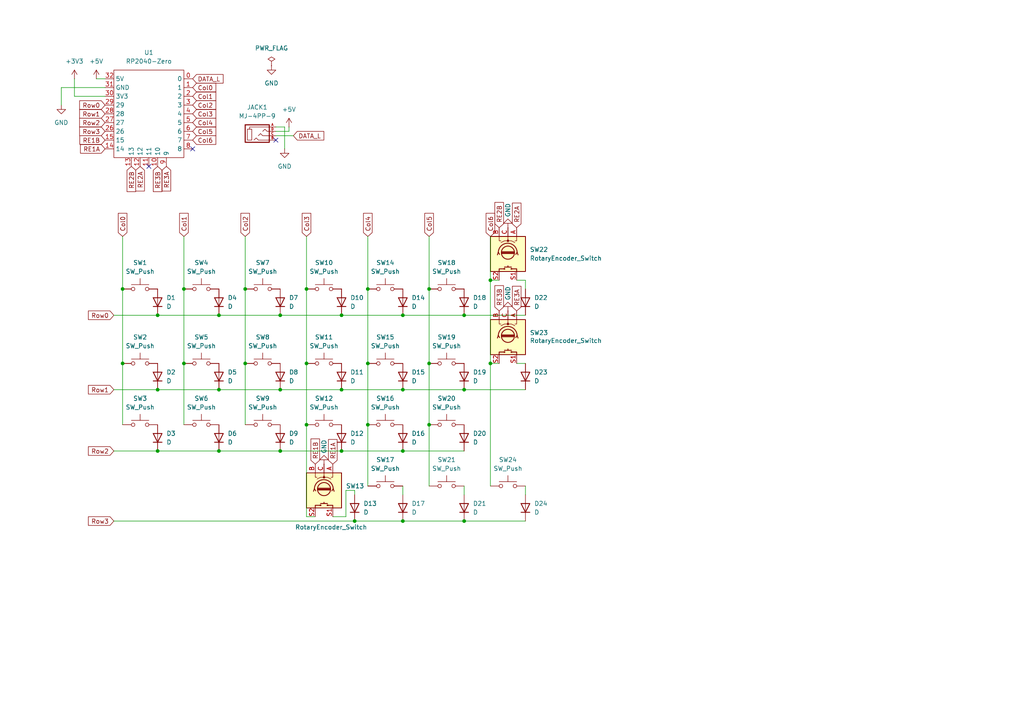
<source format=kicad_sch>
(kicad_sch (version 20231120) (generator "eeschema") (generator_version "8.0")
  (paper "A4")
  (lib_symbols
    (symbol "Device:D" (pin_numbers hide) (pin_names (offset 1.016) hide)
      (property "Reference" "D" (at 0 2.54 0))
      (property "Value" "D" (at 0 -2.54 0))
      (symbol "D_0_1"
        (polyline (pts (xy -1.27 1.27) (xy -1.27 -1.27)) (stroke (width 0.254)))
        (polyline (pts (xy 1.27 0) (xy -1.27 0)))
        (polyline (pts (xy 1.27 1.27) (xy 1.27 -1.27) (xy -1.27 0) (xy 1.27 1.27)) (stroke (width 0.254)))
      )
      (symbol "D_1_1"
        (pin passive line (at -3.81 0 0) (length 2.54) (name "K") (number "1"))
        (pin passive line (at 3.81 0 180) (length 2.54) (name "A") (number "2"))
      )
    )
    (symbol "Device:RotaryEncoder_Switch" (pin_names (offset 0.254) hide)
      (property "Reference" "SW" (at 0 6.604 0))
      (property "Value" "RotaryEncoder_Switch" (at 0 -6.604 0))
      (symbol "RotaryEncoder_Switch_0_1"
        (rectangle (start -5.08 5.08) (end 5.08 -5.08) (stroke (width 0.254)) (fill (type background)))
        (circle (center -3.81 0) (radius 0.254) (fill (type outline)))
        (circle (center -0.381 0) (radius 1.905) (stroke (width 0.254)))
        (arc (start -0.381 2.667) (mid -3.0988 -0.0635) (end -0.381 -2.794) (stroke (width 0.254)))
        (polyline (pts (xy -0.635 -1.778) (xy -0.635 1.778)) (stroke (width 0.254)))
        (polyline (pts (xy -0.381 -1.778) (xy -0.381 1.778)) (stroke (width 0.254)))
        (polyline (pts (xy -0.127 1.778) (xy -0.127 -1.778)) (stroke (width 0.254)))
        (polyline (pts (xy 3.81 0) (xy 3.429 0)) (stroke (width 0.254)))
        (polyline (pts (xy 3.81 1.016) (xy 3.81 -1.016)) (stroke (width 0.254)))
        (polyline (pts (xy -5.08 -2.54) (xy -3.81 -2.54) (xy -3.81 -2.032)))
        (polyline (pts (xy -5.08 2.54) (xy -3.81 2.54) (xy -3.81 2.032)))
        (polyline (pts (xy 0.254 -3.048) (xy -0.508 -2.794) (xy 0.127 -2.413)) (stroke (width 0.254)))
        (polyline (pts (xy 0.254 2.921) (xy -0.508 2.667) (xy 0.127 2.286)) (stroke (width 0.254)))
        (polyline (pts (xy 5.08 -2.54) (xy 4.318 -2.54) (xy 4.318 -1.016)) (stroke (width 0.254)))
        (polyline (pts (xy 5.08 2.54) (xy 4.318 2.54) (xy 4.318 1.016)) (stroke (width 0.254)))
        (polyline (pts (xy -5.08 0) (xy -3.81 0) (xy -3.81 -1.016) (xy -3.302 -2.032)))
        (polyline (pts (xy -4.318 0) (xy -3.81 0) (xy -3.81 1.016) (xy -3.302 2.032)))
        (circle (center 4.318 -1.016) (radius 0.127) (stroke (width 0.254)))
        (circle (center 4.318 1.016) (radius 0.127) (stroke (width 0.254)))
      )
      (symbol "RotaryEncoder_Switch_1_1"
        (pin passive line (at -7.62 2.54 0) (length 2.54) (name "A") (number "A"))
        (pin passive line (at -7.62 -2.54 0) (length 2.54) (name "B") (number "B"))
        (pin passive line (at -7.62 0 0) (length 2.54) (name "C") (number "C"))
        (pin passive line (at 7.62 2.54 180) (length 2.54) (name "S1") (number "S1"))
        (pin passive line (at 7.62 -2.54 180) (length 2.54) (name "S2") (number "S2"))
      )
    )
    (symbol "Switch:SW_Push" (pin_numbers hide) (pin_names (offset 1.016) hide)
      (property "Reference" "SW" (at 1.27 2.54 0))
      (property "Value" "SW_Push" (at 0 -1.524 0))
      (symbol "SW_Push_0_1"
        (circle (center -2.032 0) (radius 0.508))
        (polyline (pts (xy 0 1.27) (xy 0 3.048)))
        (polyline (pts (xy 2.54 1.27) (xy -2.54 1.27)))
        (circle (center 2.032 0) (radius 0.508))
        (pin passive line (at -5.08 0 0) (length 2.54) (name "1") (number "1"))
        (pin passive line (at 5.08 0 180) (length 2.54) (name "2") (number "2"))
      )
    )
    (symbol "isw-mcu:RP2040-Zero"
      (property "Reference" "U" (at 0 17.78 0))
      (property "Value" "RP2040-Zero" (at 0 15.24 0))
      (symbol "RP2040-Zero_0_1"
        (rectangle (start -10.16 12.7) (end 10.16 -12.7))
      )
      (symbol "RP2040-Zero_1_1"
        (pin tri_state line (at 12.7 10.16 180) (length 2.54) (name "0") (number "0"))
        (pin bidirectional line (at 12.7 7.62 180) (length 2.54) (name "1") (number "1"))
        (pin bidirectional line (at 2.54 -15.24 90) (length 2.54) (name "10") (number "10"))
        (pin bidirectional line (at 0 -15.24 90) (length 2.54) (name "11") (number "11"))
        (pin bidirectional line (at -2.54 -15.24 90) (length 2.54) (name "12") (number "12"))
        (pin bidirectional line (at -5.08 -15.24 90) (length 2.54) (name "13") (number "13"))
        (pin bidirectional line (at -12.7 -10.16 0) (length 2.54) (name "14") (number "14"))
        (pin bidirectional line (at -12.7 -7.62 0) (length 2.54) (name "15") (number "15"))
        (pin bidirectional line (at 12.7 5.08 180) (length 2.54) (name "2") (number "2"))
        (pin bidirectional line (at -12.7 -5.08 0) (length 2.54) (name "26") (number "26"))
        (pin bidirectional line (at -12.7 -2.54 0) (length 2.54) (name "27") (number "27"))
        (pin bidirectional line (at -12.7 0 0) (length 2.54) (name "28") (number "28"))
        (pin bidirectional line (at -12.7 2.54 0) (length 2.54) (name "29") (number "29"))
        (pin bidirectional line (at 12.7 2.54 180) (length 2.54) (name "3") (number "3"))
        (pin power_out line (at -12.7 5.08 0) (length 2.54) (name "3V3") (number "30"))
        (pin power_in line (at -12.7 7.62 0) (length 2.54) (name "GND") (number "31"))
        (pin power_out line (at -12.7 10.16 0) (length 2.54) (name "5V") (number "32"))
        (pin bidirectional line (at 12.7 0 180) (length 2.54) (name "4") (number "4"))
        (pin bidirectional line (at 12.7 -2.54 180) (length 2.54) (name "5") (number "5"))
        (pin bidirectional line (at 12.7 -5.08 180) (length 2.54) (name "6") (number "6"))
        (pin bidirectional line (at 12.7 -7.62 180) (length 2.54) (name "7") (number "7"))
        (pin bidirectional line (at 12.7 -10.16 180) (length 2.54) (name "8") (number "8"))
        (pin bidirectional line (at 5.08 -15.24 90) (length 2.54) (name "9") (number "9"))
      )
    )
    (symbol "kbd:MJ-4PP-9" (pin_names (offset 1.016))
      (property "Reference" "J" (at 0 3.81 0))
      (property "Value" "MJ-4PP-9" (at 0 -3.81 0))
      (symbol "MJ-4PP-9_0_1"
        (rectangle (start -1.905 -1.905) (end -3.175 1.27))
        (polyline (pts (xy -2.54 1.27) (xy -2.54 1.905) (xy 3.175 1.905)))
        (polyline (pts (xy -1.27 -1.905) (xy -0.635 -1.27) (xy 0 -1.905) (xy 3.175 -1.905)))
        (polyline (pts (xy 0 -0.635) (xy 0.635 0) (xy 1.27 -0.635) (xy 3.175 -0.635)))
        (polyline (pts (xy 1.27 0.635) (xy 1.905 1.27) (xy 2.54 0.635) (xy 3.175 0.635)))
        (rectangle (start 3.175 2.54) (end -3.81 -2.54) (stroke (width 0.3048)))
      )
      (symbol "MJ-4PP-9_1_1"
        (pin input line (at 5.08 1.905 180) (length 2.0066) (name "~") (number "A"))
        (pin input line (at 5.08 -1.905 180) (length 2.0066) (name "~") (number "B"))
        (pin input line (at 5.08 -0.635 180) (length 2.0066) (name "~") (number "C"))
        (pin input line (at 5.08 0.635 180) (length 2.0066) (name "~") (number "D"))
      )
    )
    (symbol "power:+3V3" (power) (pin_numbers hide) (pin_names (offset 0) hide)
      (property "Value" "+3V3" (at 0 3.556 0))
      (symbol "+3V3_0_1"
        (polyline (pts (xy -0.762 1.27) (xy 0 2.54)))
        (polyline (pts (xy 0 0) (xy 0 2.54)))
        (polyline (pts (xy 0 2.54) (xy 0.762 1.27)))
      )
      (symbol "+3V3_1_1"
        (pin power_in line (at 0 0 90) (length 0) (name "~") (number "1"))
      )
    )
    (symbol "power:+5V" (power) (pin_numbers hide) (pin_names (offset 0) hide)
      (property "Value" "+5V" (at 0 3.556 0))
      (symbol "+5V_0_1"
        (polyline (pts (xy -0.762 1.27) (xy 0 2.54)))
        (polyline (pts (xy 0 0) (xy 0 2.54)))
        (polyline (pts (xy 0 2.54) (xy 0.762 1.27)))
      )
      (symbol "+5V_1_1"
        (pin power_in line (at 0 0 90) (length 0) (name "~") (number "1"))
      )
    )
    (symbol "power:GND" (power) (pin_numbers hide) (pin_names (offset 0) hide)
      (property "Value" "GND" (at 0 -3.81 0))
      (symbol "GND_0_1"
        (polyline (pts (xy 0 0) (xy 0 -1.27) (xy 1.27 -1.27) (xy 0 -2.54) (xy -1.27 -1.27) (xy 0 -1.27)))
      )
      (symbol "GND_1_1"
        (pin power_in line (at 0 0 270) (length 0) (name "~") (number "1"))
      )
    )
    (symbol "power:PWR_FLAG" (power) (pin_numbers hide) (pin_names (offset 0) hide)
      (property "Value" "PWR_FLAG" (at 0 3.81 0))
      (symbol "PWR_FLAG_0_0"
        (pin power_out line (at 0 0 90) (length 0) (name "~") (number "1"))
      )
      (symbol "PWR_FLAG_0_1"
        (polyline (pts (xy 0 0) (xy 0 1.27) (xy -1.016 1.905) (xy 0 2.54) (xy 1.016 1.905) (xy 0 1.27)))
      )
    )
  )
  (junction (at 116.84 113.03))
  (junction (at 63.5 113.03))
  (junction (at 99.06 91.44))
  (junction (at 124.46 123.19))
  (junction (at 88.9 83.82))
  (junction (at 124.46 83.82))
  (junction (at 35.56 83.82))
  (junction (at 102.87 151.13))
  (junction (at 106.68 83.82))
  (junction (at 53.34 105.41))
  (junction (at 116.84 91.44))
  (junction (at 99.06 130.81))
  (junction (at 71.12 105.41))
  (junction (at 116.84 151.13))
  (junction (at 116.84 130.81))
  (junction (at 63.5 91.44))
  (junction (at 45.72 113.03))
  (junction (at 53.34 83.82))
  (junction (at 71.12 83.82))
  (junction (at 142.24 105.41))
  (junction (at 63.5 130.81))
  (junction (at 124.46 105.41))
  (junction (at 45.72 91.44))
  (junction (at 88.9 123.19))
  (junction (at 134.62 113.03))
  (junction (at 81.28 130.81))
  (junction (at 106.68 123.19))
  (junction (at 106.68 105.41))
  (junction (at 88.9 105.41))
  (junction (at 81.28 91.44))
  (junction (at 81.28 113.03))
  (junction (at 35.56 105.41))
  (junction (at 134.62 151.13))
  (junction (at 142.24 81.28))
  (junction (at 134.62 91.44))
  (junction (at 99.06 113.03))
  (junction (at 45.72 130.81))
  (no_connect (at 80.01 40.64))
  (no_connect (at 55.88 43.18))
  (no_connect (at 43.18 48.26))
  (wire (pts (xy 106.68 68.58) (xy 106.68 83.82)))
  (wire (pts (xy 106.68 105.41) (xy 106.68 123.19)))
  (wire (pts (xy 96.52 149.86) (xy 100.33 149.86)))
  (wire (pts (xy 149.86 81.28) (xy 152.4 81.28)))
  (wire (pts (xy 88.9 105.41) (xy 88.9 123.19)))
  (wire (pts (xy 152.4 81.28) (xy 152.4 83.82)))
  (wire (pts (xy 83.82 38.1) (xy 80.01 38.1)))
  (wire (pts (xy 45.72 113.03) (xy 63.5 113.03)))
  (wire (pts (xy 63.5 130.81) (xy 81.28 130.81)))
  (wire (pts (xy 45.72 91.44) (xy 63.5 91.44)))
  (wire (pts (xy 106.68 83.82) (xy 106.68 105.41)))
  (wire (pts (xy 88.9 68.58) (xy 88.9 83.82)))
  (wire (pts (xy 149.86 105.41) (xy 152.4 105.41)))
  (wire (pts (xy 63.5 91.44) (xy 81.28 91.44)))
  (wire (pts (xy 142.24 81.28) (xy 142.24 105.41)))
  (wire (pts (xy 27.94 22.86) (xy 30.48 22.86)))
  (wire (pts (xy 71.12 83.82) (xy 71.12 105.41)))
  (wire (pts (xy 134.62 143.51) (xy 134.62 140.97)))
  (wire (pts (xy 35.56 68.58) (xy 35.56 83.82)))
  (wire (pts (xy 124.46 83.82) (xy 124.46 105.41)))
  (wire (pts (xy 21.59 27.94) (xy 30.48 27.94)))
  (wire (pts (xy 81.28 130.81) (xy 99.06 130.81)))
  (wire (pts (xy 106.68 123.19) (xy 106.68 140.97)))
  (wire (pts (xy 88.9 83.82) (xy 88.9 105.41)))
  (wire (pts (xy 88.9 149.86) (xy 91.44 149.86)))
  (wire (pts (xy 116.84 91.44) (xy 134.62 91.44)))
  (wire (pts (xy 124.46 123.19) (xy 124.46 140.97)))
  (wire (pts (xy 35.56 83.82) (xy 35.56 105.41)))
  (wire (pts (xy 81.28 91.44) (xy 99.06 91.44)))
  (wire (pts (xy 134.62 151.13) (xy 152.4 151.13)))
  (wire (pts (xy 152.4 143.51) (xy 152.4 140.97)))
  (wire (pts (xy 17.78 25.4) (xy 30.48 25.4)))
  (wire (pts (xy 33.02 151.13) (xy 102.87 151.13)))
  (wire (pts (xy 102.87 142.24) (xy 100.33 142.24)))
  (wire (pts (xy 134.62 91.44) (xy 152.4 91.44)))
  (wire (pts (xy 45.72 91.44) (xy 33.02 91.44)))
  (wire (pts (xy 80.01 39.37) (xy 85.09 39.37)))
  (wire (pts (xy 82.55 36.83) (xy 82.55 43.18)))
  (wire (pts (xy 116.84 151.13) (xy 134.62 151.13)))
  (wire (pts (xy 124.46 68.58) (xy 124.46 83.82)))
  (wire (pts (xy 45.72 113.03) (xy 33.02 113.03)))
  (wire (pts (xy 142.24 68.58) (xy 142.24 81.28)))
  (wire (pts (xy 17.78 30.48) (xy 17.78 25.4)))
  (wire (pts (xy 71.12 105.41) (xy 71.12 123.19)))
  (wire (pts (xy 63.5 113.03) (xy 81.28 113.03)))
  (wire (pts (xy 142.24 105.41) (xy 144.78 105.41)))
  (wire (pts (xy 102.87 151.13) (xy 116.84 151.13)))
  (wire (pts (xy 53.34 105.41) (xy 53.34 123.19)))
  (wire (pts (xy 142.24 105.41) (xy 142.24 140.97)))
  (wire (pts (xy 142.24 81.28) (xy 144.78 81.28)))
  (wire (pts (xy 53.34 83.82) (xy 53.34 105.41)))
  (wire (pts (xy 81.28 113.03) (xy 99.06 113.03)))
  (wire (pts (xy 45.72 130.81) (xy 33.02 130.81)))
  (wire (pts (xy 134.62 113.03) (xy 152.4 113.03)))
  (wire (pts (xy 45.72 130.81) (xy 63.5 130.81)))
  (wire (pts (xy 71.12 68.58) (xy 71.12 83.82)))
  (wire (pts (xy 53.34 68.58) (xy 53.34 83.82)))
  (wire (pts (xy 116.84 143.51) (xy 116.84 140.97)))
  (wire (pts (xy 100.33 142.24) (xy 100.33 149.86)))
  (wire (pts (xy 116.84 113.03) (xy 134.62 113.03)))
  (wire (pts (xy 35.56 105.41) (xy 35.56 123.19)))
  (wire (pts (xy 99.06 91.44) (xy 116.84 91.44)))
  (wire (pts (xy 116.84 130.81) (xy 134.62 130.81)))
  (wire (pts (xy 99.06 113.03) (xy 116.84 113.03)))
  (wire (pts (xy 83.82 36.83) (xy 83.82 38.1)))
  (wire (pts (xy 102.87 143.51) (xy 102.87 142.24)))
  (wire (pts (xy 88.9 123.19) (xy 88.9 149.86)))
  (wire (pts (xy 80.01 36.83) (xy 82.55 36.83)))
  (wire (pts (xy 21.59 22.86) (xy 21.59 27.94)))
  (wire (pts (xy 99.06 130.81) (xy 116.84 130.81)))
  (wire (pts (xy 124.46 105.41) (xy 124.46 123.19)))
  (global_label "Col3" (shape input) (at 88.9 68.58 90) (property "Intersheetrefs" "${INTERSHEET_REFS}" (effects (hide yes))))
  (global_label "Row1" (shape input) (at 33.02 113.03 180) (property "Intersheetrefs" "${INTERSHEET_REFS}" (effects (hide yes))))
  (global_label "Col3" (shape input) (at 55.88 33.02 0) (property "Intersheetrefs" "${INTERSHEET_REFS}" (effects (hide yes))))
  (global_label "RE2A" (shape input) (at 40.64 48.26 270) (property "Intersheetrefs" "${INTERSHEET_REFS}" (effects (hide yes))))
  (global_label "RE1A" (shape input) (at 30.48 43.18 180) (property "Intersheetrefs" "${INTERSHEET_REFS}" (effects (hide yes))))
  (global_label "Col2" (shape input) (at 71.12 68.58 90) (property "Intersheetrefs" "${INTERSHEET_REFS}" (effects (hide yes))))
  (global_label "RE1B" (shape input) (at 30.48 40.64 180) (property "Intersheetrefs" "${INTERSHEET_REFS}" (effects (hide yes))))
  (global_label "RE2A" (shape input) (at 149.86 66.04 90) (property "Intersheetrefs" "${INTERSHEET_REFS}" (effects (hide yes))))
  (global_label "Row3" (shape input) (at 30.48 38.1 180) (property "Intersheetrefs" "${INTERSHEET_REFS}" (effects (hide yes))))
  (global_label "DATA_L" (shape input) (at 55.88 22.86 0) (property "Intersheetrefs" "${INTERSHEET_REFS}" (effects (hide yes))))
  (global_label "Row2" (shape input) (at 33.02 130.81 180) (property "Intersheetrefs" "${INTERSHEET_REFS}" (effects (hide yes))))
  (global_label "RE3B" (shape input) (at 144.78 90.17 90) (property "Intersheetrefs" "${INTERSHEET_REFS}" (effects (hide yes))))
  (global_label "Col4" (shape input) (at 106.68 68.58 90) (property "Intersheetrefs" "${INTERSHEET_REFS}" (effects (hide yes))))
  (global_label "RE2B" (shape input) (at 144.78 66.04 90) (property "Intersheetrefs" "${INTERSHEET_REFS}" (effects (hide yes))))
  (global_label "Col2" (shape input) (at 55.88 30.48 0) (property "Intersheetrefs" "${INTERSHEET_REFS}" (effects (hide yes))))
  (global_label "DATA_L" (shape input) (at 85.09 39.37 0) (property "Intersheetrefs" "${INTERSHEET_REFS}" (effects (hide yes))))
  (global_label "Row2" (shape input) (at 30.48 35.56 180) (property "Intersheetrefs" "${INTERSHEET_REFS}" (effects (hide yes))))
  (global_label "Col1" (shape input) (at 53.34 68.58 90) (property "Intersheetrefs" "${INTERSHEET_REFS}" (effects (hide yes))))
  (global_label "Col0" (shape input) (at 55.88 25.4 0) (property "Intersheetrefs" "${INTERSHEET_REFS}" (effects (hide yes))))
  (global_label "Col6" (shape input) (at 55.88 40.64 0) (property "Intersheetrefs" "${INTERSHEET_REFS}" (effects (hide yes))))
  (global_label "RE3B" (shape input) (at 45.72 48.26 270) (property "Intersheetrefs" "${INTERSHEET_REFS}" (effects (hide yes))))
  (global_label "Col6" (shape input) (at 142.24 68.58 90) (property "Intersheetrefs" "${INTERSHEET_REFS}" (effects (hide yes))))
  (global_label "RE3A" (shape input) (at 149.86 90.17 90) (property "Intersheetrefs" "${INTERSHEET_REFS}" (effects (hide yes))))
  (global_label "Row3" (shape input) (at 33.02 151.13 180) (property "Intersheetrefs" "${INTERSHEET_REFS}" (effects (hide yes))))
  (global_label "Col0" (shape input) (at 35.56 68.58 90) (property "Intersheetrefs" "${INTERSHEET_REFS}" (effects (hide yes))))
  (global_label "RE2B" (shape input) (at 38.1 48.26 270) (property "Intersheetrefs" "${INTERSHEET_REFS}" (effects (hide yes))))
  (global_label "Row1" (shape input) (at 30.48 33.02 180) (property "Intersheetrefs" "${INTERSHEET_REFS}" (effects (hide yes))))
  (global_label "RE3A" (shape input) (at 48.26 48.26 270) (property "Intersheetrefs" "${INTERSHEET_REFS}" (effects (hide yes))))
  (global_label "Col5" (shape input) (at 55.88 38.1 0) (property "Intersheetrefs" "${INTERSHEET_REFS}" (effects (hide yes))))
  (global_label "Row0" (shape input) (at 33.02 91.44 180) (property "Intersheetrefs" "${INTERSHEET_REFS}" (effects (hide yes))))
  (global_label "Col5" (shape input) (at 124.46 68.58 90) (property "Intersheetrefs" "${INTERSHEET_REFS}" (effects (hide yes))))
  (global_label "Row0" (shape input) (at 30.48 30.48 180) (property "Intersheetrefs" "${INTERSHEET_REFS}" (effects (hide yes))))
  (global_label "RE1A" (shape input) (at 96.52 134.62 90) (property "Intersheetrefs" "${INTERSHEET_REFS}" (effects (hide yes))))
  (global_label "Col4" (shape input) (at 55.88 35.56 0) (property "Intersheetrefs" "${INTERSHEET_REFS}" (effects (hide yes))))
  (global_label "Col1" (shape input) (at 55.88 27.94 0) (property "Intersheetrefs" "${INTERSHEET_REFS}" (effects (hide yes))))
  (global_label "RE1B" (shape input) (at 91.44 134.62 90) (property "Intersheetrefs" "${INTERSHEET_REFS}" (effects (hide yes))))
  (symbol (lib_id "Device:RotaryEncoder_Switch") (at 147.32 73.66 270) (unit 1)
    (property "Reference" "SW22" (at 153.67 72.3899 90) (effects (justify left)))
    (property "Value" "RotaryEncoder_Switch" (at 153.67 74.93 90) (effects (justify left)))
    (property "Footprint" "taka_lib:Kailh FullPOM MX_Hotswap_RE" (effects (hide yes)))
    (property "Description" "Rotary encoder, dual channel, incremental quadrate outputs, with switch" (effects (hide yes)))
  )
  (symbol (lib_id "Device:D") (at 152.4 147.32 90) (unit 1)
    (property "Reference" "D24" (at 154.94 146.0499 90) (effects (justify right)))
    (property "Value" "D" (at 154.94 148.5899 90) (effects (justify right)))
    (property "Footprint" "kbd_Parts:Diode_SMD" (effects (hide yes)))
    (property "Description" "Diode" (effects (hide yes)))
    (property "Sim.Device" "D" (effects (hide yes)))
    (property "Sim.Pins" "1=K 2=A" (effects (hide yes)))
  )
  (symbol (lib_id "Device:RotaryEncoder_Switch") (at 147.32 97.79 270) (unit 1)
    (property "Reference" "SW23" (at 153.67 96.5199 90) (effects (justify left)))
    (property "Value" "RotaryEncoder_Switch" (at 153.67 98.806 90) (effects (justify left)))
    (property "Footprint" "taka_lib:Kailh FullPOM MX_Hotswap_RE" (effects (hide yes)))
    (property "Description" "Rotary encoder, dual channel, incremental quadrate outputs, with switch" (effects (hide yes)))
  )
  (symbol (lib_id "Device:D") (at 81.28 127 90) (unit 1)
    (property "Reference" "D9" (at 83.82 125.7299 90) (effects (justify right)))
    (property "Value" "D" (at 83.82 128.2699 90) (effects (justify right)))
    (property "Footprint" "kbd_Parts:Diode_SMD" (effects (hide yes)))
    (property "Description" "Diode" (effects (hide yes)))
    (property "Sim.Device" "D" (effects (hide yes)))
    (property "Sim.Pins" "1=K 2=A" (effects (hide yes)))
  )
  (symbol (lib_id "Device:D") (at 45.72 127 90) (unit 1)
    (property "Reference" "D3" (at 48.26 125.7299 90) (effects (justify right)))
    (property "Value" "D" (at 48.26 128.2699 90) (effects (justify right)))
    (property "Footprint" "kbd_Parts:Diode_SMD" (effects (hide yes)))
    (property "Description" "Diode" (effects (hide yes)))
    (property "Sim.Device" "D" (effects (hide yes)))
    (property "Sim.Pins" "1=K 2=A" (effects (hide yes)))
  )
  (symbol (lib_id "power:GND") (at 147.32 90.17 180) (unit 1)
    (property "Reference" "#PWR09" (effects (hide yes)))
    (property "Value" "GND" (at 147.32 85.09 90))
    (property "Description" "Power symbol creates a global label with name \"GND\" , ground" (effects (hide yes)))
  )
  (symbol (lib_id "Switch:SW_Push") (at 58.42 105.41 0) (unit 1)
    (property "Reference" "SW5" (at 58.42 97.79 0))
    (property "Value" "SW_Push" (at 58.42 100.33 0))
    (property "Footprint" "taka_lib:Kailh FullPOM MX_Hotswap" (effects (hide yes)))
    (property "Description" "Push button switch, generic, two pins" (effects (hide yes)))
  )
  (symbol (lib_id "power:GND") (at 78.74 19.05 0) (unit 1)
    (property "Reference" "#PWR04" (effects (hide yes)))
    (property "Value" "GND" (at 78.74 24.13 0))
    (property "Description" "Power symbol creates a global label with name \"GND\" , ground" (effects (hide yes)))
  )
  (symbol (lib_id "Device:D") (at 81.28 87.63 90) (unit 1)
    (property "Reference" "D7" (at 83.82 86.3599 90) (effects (justify right)))
    (property "Value" "D" (at 83.82 88.8999 90) (effects (justify right)))
    (property "Footprint" "kbd_Parts:Diode_SMD" (effects (hide yes)))
    (property "Description" "Diode" (effects (hide yes)))
    (property "Sim.Device" "D" (effects (hide yes)))
    (property "Sim.Pins" "1=K 2=A" (effects (hide yes)))
  )
  (symbol (lib_id "power:+5V") (at 27.94 22.86 0) (unit 1)
    (property "Reference" "#PWR03" (effects (hide yes)))
    (property "Value" "+5V" (at 27.94 17.78 0))
    (property "Description" "Power symbol creates a global label with name \"+5V\"" (effects (hide yes)))
  )
  (symbol (lib_id "power:GND") (at 147.32 66.04 180) (unit 1)
    (property "Reference" "#PWR08" (effects (hide yes)))
    (property "Value" "GND" (at 147.32 60.96 90))
    (property "Description" "Power symbol creates a global label with name \"GND\" , ground" (effects (hide yes)))
  )
  (symbol (lib_id "Device:D") (at 45.72 87.63 90) (unit 1)
    (property "Reference" "D1" (at 48.26 86.3599 90) (effects (justify right)))
    (property "Value" "D" (at 48.26 88.8999 90) (effects (justify right)))
    (property "Footprint" "kbd_Parts:Diode_SMD" (effects (hide yes)))
    (property "Description" "Diode" (effects (hide yes)))
    (property "Sim.Device" "D" (effects (hide yes)))
    (property "Sim.Pins" "1=K 2=A" (effects (hide yes)))
  )
  (symbol (lib_id "Device:D") (at 116.84 127 90) (unit 1)
    (property "Reference" "D16" (at 119.38 125.7299 90) (effects (justify right)))
    (property "Value" "D" (at 119.38 128.2699 90) (effects (justify right)))
    (property "Footprint" "kbd_Parts:Diode_SMD" (effects (hide yes)))
    (property "Description" "Diode" (effects (hide yes)))
    (property "Sim.Device" "D" (effects (hide yes)))
    (property "Sim.Pins" "1=K 2=A" (effects (hide yes)))
  )
  (symbol (lib_id "Device:D") (at 134.62 87.63 90) (unit 1)
    (property "Reference" "D18" (at 137.16 86.3599 90) (effects (justify right)))
    (property "Value" "D" (at 137.16 88.8999 90) (effects (justify right)))
    (property "Footprint" "kbd_Parts:Diode_SMD" (effects (hide yes)))
    (property "Description" "Diode" (effects (hide yes)))
    (property "Sim.Device" "D" (effects (hide yes)))
    (property "Sim.Pins" "1=K 2=A" (effects (hide yes)))
  )
  (symbol (lib_id "Switch:SW_Push") (at 58.42 83.82 0) (unit 1)
    (property "Reference" "SW4" (at 58.42 76.2 0))
    (property "Value" "SW_Push" (at 58.42 78.74 0))
    (property "Footprint" "taka_lib:Kailh FullPOM MX_Hotswap" (effects (hide yes)))
    (property "Description" "Push button switch, generic, two pins" (effects (hide yes)))
  )
  (symbol (lib_id "Device:D") (at 152.4 109.22 90) (unit 1)
    (property "Reference" "D23" (at 154.94 107.9499 90) (effects (justify right)))
    (property "Value" "D" (at 154.94 110.4899 90) (effects (justify right)))
    (property "Footprint" "kbd_Parts:Diode_SMD" (effects (hide yes)))
    (property "Description" "Diode" (effects (hide yes)))
    (property "Sim.Device" "D" (effects (hide yes)))
    (property "Sim.Pins" "1=K 2=A" (effects (hide yes)))
  )
  (symbol (lib_id "Device:D") (at 116.84 147.32 90) (unit 1)
    (property "Reference" "D17" (at 119.38 146.0499 90) (effects (justify right)))
    (property "Value" "D" (at 119.38 148.5899 90) (effects (justify right)))
    (property "Footprint" "kbd_Parts:Diode_SMD" (effects (hide yes)))
    (property "Description" "Diode" (effects (hide yes)))
    (property "Sim.Device" "D" (effects (hide yes)))
    (property "Sim.Pins" "1=K 2=A" (effects (hide yes)))
  )
  (symbol (lib_id "Device:D") (at 102.87 147.32 90) (unit 1)
    (property "Reference" "D13" (at 105.41 146.0499 90) (effects (justify right)))
    (property "Value" "D" (at 105.41 148.5899 90) (effects (justify right)))
    (property "Footprint" "kbd_Parts:Diode_SMD" (effects (hide yes)))
    (property "Description" "Diode" (effects (hide yes)))
    (property "Sim.Device" "D" (effects (hide yes)))
    (property "Sim.Pins" "1=K 2=A" (effects (hide yes)))
  )
  (symbol (lib_id "Switch:SW_Push") (at 129.54 83.82 0) (unit 1)
    (property "Reference" "SW18" (at 129.54 76.2 0))
    (property "Value" "SW_Push" (at 129.54 78.74 0))
    (property "Footprint" "taka_lib:Kailh FullPOM MX_Hotswap" (effects (hide yes)))
    (property "Description" "Push button switch, generic, two pins" (effects (hide yes)))
  )
  (symbol (lib_id "Switch:SW_Push") (at 40.64 83.82 0) (unit 1)
    (property "Reference" "SW1" (at 40.64 76.2 0))
    (property "Value" "SW_Push" (at 40.64 78.74 0))
    (property "Footprint" "taka_lib:Kailh FullPOM MX_Hotswap" (effects (hide yes)))
    (property "Description" "Push button switch, generic, two pins" (effects (hide yes)))
  )
  (symbol (lib_id "power:+5V") (at 83.82 36.83 0) (unit 1)
    (property "Reference" "#PWR06" (effects (hide yes)))
    (property "Value" "+5V" (at 83.82 31.75 0))
    (property "Description" "Power symbol creates a global label with name \"+5V\"" (effects (hide yes)))
  )
  (symbol (lib_id "isw-mcu:RP2040-Zero") (at 43.18 33.02 0) (unit 1)
    (property "Reference" "U1" (at 43.18 15.24 0))
    (property "Value" "RP2040-Zero" (at 43.18 17.78 0))
    (property "Footprint" "taka_lib:RP2040 Zero" (effects (hide yes)))
  )
  (symbol (lib_id "kbd:MJ-4PP-9") (at 74.93 38.735 0) (unit 1)
    (property "Reference" "JACK1" (at 74.6125 31.115 0))
    (property "Value" "MJ-4PP-9" (at 74.6125 33.655 0))
    (property "Footprint" "taka_lib:TRRS_MJ-4PP-9_1" (effects (hide yes)))
  )
  (symbol (lib_id "Device:D") (at 134.62 147.32 90) (unit 1)
    (property "Reference" "D21" (at 137.16 146.0499 90) (effects (justify right)))
    (property "Value" "D" (at 137.16 148.5899 90) (effects (justify right)))
    (property "Footprint" "kbd_Parts:Diode_SMD" (effects (hide yes)))
    (property "Description" "Diode" (effects (hide yes)))
    (property "Sim.Device" "D" (effects (hide yes)))
    (property "Sim.Pins" "1=K 2=A" (effects (hide yes)))
  )
  (symbol (lib_id "Switch:SW_Push") (at 58.42 123.19 0) (unit 1)
    (property "Reference" "SW6" (at 58.42 115.57 0))
    (property "Value" "SW_Push" (at 58.42 118.11 0))
    (property "Footprint" "taka_lib:Kailh FullPOM MX_Hotswap" (effects (hide yes)))
    (property "Description" "Push button switch, generic, two pins" (effects (hide yes)))
  )
  (symbol (lib_id "Switch:SW_Push") (at 93.98 83.82 0) (unit 1)
    (property "Reference" "SW10" (at 93.98 76.2 0))
    (property "Value" "SW_Push" (at 93.98 78.74 0))
    (property "Footprint" "taka_lib:Kailh FullPOM MX_Hotswap" (effects (hide yes)))
    (property "Description" "Push button switch, generic, two pins" (effects (hide yes)))
  )
  (symbol (lib_id "power:PWR_FLAG") (at 78.74 19.05 0) (unit 1)
    (property "Reference" "#FLG01" (effects (hide yes)))
    (property "Value" "PWR_FLAG" (at 78.74 13.97 0))
    (property "Description" "Special symbol for telling ERC where power comes from" (effects (hide yes)))
  )
  (symbol (lib_id "Switch:SW_Push") (at 111.76 105.41 0) (unit 1)
    (property "Reference" "SW15" (at 111.76 97.79 0))
    (property "Value" "SW_Push" (at 111.76 100.33 0))
    (property "Footprint" "taka_lib:Kailh FullPOM MX_Hotswap" (effects (hide yes)))
    (property "Description" "Push button switch, generic, two pins" (effects (hide yes)))
  )
  (symbol (lib_id "Device:D") (at 63.5 109.22 90) (unit 1)
    (property "Reference" "D5" (at 66.04 107.9499 90) (effects (justify right)))
    (property "Value" "D" (at 66.04 110.4899 90) (effects (justify right)))
    (property "Footprint" "kbd_Parts:Diode_SMD" (effects (hide yes)))
    (property "Description" "Diode" (effects (hide yes)))
    (property "Sim.Device" "D" (effects (hide yes)))
    (property "Sim.Pins" "1=K 2=A" (effects (hide yes)))
  )
  (symbol (lib_id "Switch:SW_Push") (at 147.32 140.97 0) (unit 1)
    (property "Reference" "SW24" (at 147.32 133.35 0))
    (property "Value" "SW_Push" (at 147.32 135.89 0))
    (property "Footprint" "taka_lib:Kailh FullPOM MX_Hotswap" (effects (hide yes)))
    (property "Description" "Push button switch, generic, two pins" (effects (hide yes)))
  )
  (symbol (lib_id "Switch:SW_Push") (at 111.76 123.19 0) (unit 1)
    (property "Reference" "SW16" (at 111.76 115.57 0))
    (property "Value" "SW_Push" (at 111.76 118.11 0))
    (property "Footprint" "taka_lib:Kailh FullPOM MX_Hotswap" (effects (hide yes)))
    (property "Description" "Push button switch, generic, two pins" (effects (hide yes)))
  )
  (symbol (lib_id "Switch:SW_Push") (at 111.76 83.82 0) (unit 1)
    (property "Reference" "SW14" (at 111.76 76.2 0))
    (property "Value" "SW_Push" (at 111.76 78.74 0))
    (property "Footprint" "taka_lib:Kailh FullPOM MX_Hotswap" (effects (hide yes)))
    (property "Description" "Push button switch, generic, two pins" (effects (hide yes)))
  )
  (symbol (lib_id "Device:D") (at 116.84 109.22 90) (unit 1)
    (property "Reference" "D15" (at 119.38 107.9499 90) (effects (justify right)))
    (property "Value" "D" (at 119.38 110.4899 90) (effects (justify right)))
    (property "Footprint" "kbd_Parts:Diode_SMD" (effects (hide yes)))
    (property "Description" "Diode" (effects (hide yes)))
    (property "Sim.Device" "D" (effects (hide yes)))
    (property "Sim.Pins" "1=K 2=A" (effects (hide yes)))
  )
  (symbol (lib_id "Switch:SW_Push") (at 93.98 123.19 0) (unit 1)
    (property "Reference" "SW12" (at 93.98 115.57 0))
    (property "Value" "SW_Push" (at 93.98 118.11 0))
    (property "Footprint" "taka_lib:Kailh FullPOM MX_Hotswap" (effects (hide yes)))
    (property "Description" "Push button switch, generic, two pins" (effects (hide yes)))
  )
  (symbol (lib_id "Device:RotaryEncoder_Switch") (at 93.98 142.24 270) (unit 1)
    (property "Reference" "SW13" (at 100.33 140.9699 90) (effects (justify left)))
    (property "Value" "RotaryEncoder_Switch" (at 85.598 152.908 90) (effects (justify left)))
    (property "Footprint" "taka_lib:Kailh FullPOM MX_Hotswap_RE" (effects (hide yes)))
    (property "Description" "Rotary encoder, dual channel, incremental quadrate outputs, with switch" (effects (hide yes)))
  )
  (symbol (lib_id "Switch:SW_Push") (at 76.2 83.82 0) (unit 1)
    (property "Reference" "SW7" (at 76.2 76.2 0))
    (property "Value" "SW_Push" (at 76.2 78.74 0))
    (property "Footprint" "taka_lib:Kailh FullPOM MX_Hotswap" (effects (hide yes)))
    (property "Description" "Push button switch, generic, two pins" (effects (hide yes)))
  )
  (symbol (lib_id "Switch:SW_Push") (at 40.64 123.19 0) (unit 1)
    (property "Reference" "SW3" (at 40.64 115.57 0))
    (property "Value" "SW_Push" (at 40.64 118.11 0))
    (property "Footprint" "taka_lib:Kailh FullPOM MX_Hotswap" (effects (hide yes)))
    (property "Description" "Push button switch, generic, two pins" (effects (hide yes)))
  )
  (symbol (lib_id "Device:D") (at 63.5 87.63 90) (unit 1)
    (property "Reference" "D4" (at 66.04 86.3599 90) (effects (justify right)))
    (property "Value" "D" (at 66.04 88.8999 90) (effects (justify right)))
    (property "Footprint" "kbd_Parts:Diode_SMD" (effects (hide yes)))
    (property "Description" "Diode" (effects (hide yes)))
    (property "Sim.Device" "D" (effects (hide yes)))
    (property "Sim.Pins" "1=K 2=A" (effects (hide yes)))
  )
  (symbol (lib_id "Switch:SW_Push") (at 129.54 140.97 0) (unit 1)
    (property "Reference" "SW21" (at 129.54 133.35 0))
    (property "Value" "SW_Push" (at 129.54 135.89 0))
    (property "Footprint" "taka_lib:Kailh FullPOM MX_Hotswap" (effects (hide yes)))
    (property "Description" "Push button switch, generic, two pins" (effects (hide yes)))
  )
  (symbol (lib_id "power:GND") (at 82.55 43.18 0) (unit 1)
    (property "Reference" "#PWR05" (effects (hide yes)))
    (property "Value" "GND" (at 82.55 48.26 0))
    (property "Description" "Power symbol creates a global label with name \"GND\" , ground" (effects (hide yes)))
  )
  (symbol (lib_id "Switch:SW_Push") (at 129.54 105.41 0) (unit 1)
    (property "Reference" "SW19" (at 129.54 97.79 0))
    (property "Value" "SW_Push" (at 129.54 100.33 0))
    (property "Footprint" "taka_lib:Kailh FullPOM MX_Hotswap" (effects (hide yes)))
    (property "Description" "Push button switch, generic, two pins" (effects (hide yes)))
  )
  (symbol (lib_id "Device:D") (at 134.62 127 90) (unit 1)
    (property "Reference" "D20" (at 137.16 125.7299 90) (effects (justify right)))
    (property "Value" "D" (at 137.16 128.2699 90) (effects (justify right)))
    (property "Footprint" "kbd_Parts:Diode_SMD" (effects (hide yes)))
    (property "Description" "Diode" (effects (hide yes)))
    (property "Sim.Device" "D" (effects (hide yes)))
    (property "Sim.Pins" "1=K 2=A" (effects (hide yes)))
  )
  (symbol (lib_id "Switch:SW_Push") (at 129.54 123.19 0) (unit 1)
    (property "Reference" "SW20" (at 129.54 115.57 0))
    (property "Value" "SW_Push" (at 129.54 118.11 0))
    (property "Footprint" "taka_lib:Kailh FullPOM MX_Hotswap" (effects (hide yes)))
    (property "Description" "Push button switch, generic, two pins" (effects (hide yes)))
  )
  (symbol (lib_id "Device:D") (at 116.84 87.63 90) (unit 1)
    (property "Reference" "D14" (at 119.38 86.3599 90) (effects (justify right)))
    (property "Value" "D" (at 119.38 88.8999 90) (effects (justify right)))
    (property "Footprint" "kbd_Parts:Diode_SMD" (effects (hide yes)))
    (property "Description" "Diode" (effects (hide yes)))
    (property "Sim.Device" "D" (effects (hide yes)))
    (property "Sim.Pins" "1=K 2=A" (effects (hide yes)))
  )
  (symbol (lib_id "Switch:SW_Push") (at 93.98 105.41 0) (unit 1)
    (property "Reference" "SW11" (at 93.98 97.79 0))
    (property "Value" "SW_Push" (at 93.98 100.33 0))
    (property "Footprint" "taka_lib:Kailh FullPOM MX_Hotswap" (effects (hide yes)))
    (property "Description" "Push button switch, generic, two pins" (effects (hide yes)))
  )
  (symbol (lib_id "Device:D") (at 152.4 87.63 90) (unit 1)
    (property "Reference" "D22" (at 154.94 86.3599 90) (effects (justify right)))
    (property "Value" "D" (at 154.94 88.8999 90) (effects (justify right)))
    (property "Footprint" "kbd_Parts:Diode_SMD" (effects (hide yes)))
    (property "Description" "Diode" (effects (hide yes)))
    (property "Sim.Device" "D" (effects (hide yes)))
    (property "Sim.Pins" "1=K 2=A" (effects (hide yes)))
  )
  (symbol (lib_id "Device:D") (at 81.28 109.22 90) (unit 1)
    (property "Reference" "D8" (at 83.82 107.9499 90) (effects (justify right)))
    (property "Value" "D" (at 83.82 110.4899 90) (effects (justify right)))
    (property "Footprint" "kbd_Parts:Diode_SMD" (effects (hide yes)))
    (property "Description" "Diode" (effects (hide yes)))
    (property "Sim.Device" "D" (effects (hide yes)))
    (property "Sim.Pins" "1=K 2=A" (effects (hide yes)))
  )
  (symbol (lib_id "Switch:SW_Push") (at 76.2 105.41 0) (unit 1)
    (property "Reference" "SW8" (at 76.2 97.79 0))
    (property "Value" "SW_Push" (at 76.2 100.33 0))
    (property "Footprint" "taka_lib:Kailh FullPOM MX_Hotswap" (effects (hide yes)))
    (property "Description" "Push button switch, generic, two pins" (effects (hide yes)))
  )
  (symbol (lib_id "Device:D") (at 99.06 87.63 90) (unit 1)
    (property "Reference" "D10" (at 101.6 86.3599 90) (effects (justify right)))
    (property "Value" "D" (at 101.6 88.8999 90) (effects (justify right)))
    (property "Footprint" "kbd_Parts:Diode_SMD" (effects (hide yes)))
    (property "Description" "Diode" (effects (hide yes)))
    (property "Sim.Device" "D" (effects (hide yes)))
    (property "Sim.Pins" "1=K 2=A" (effects (hide yes)))
  )
  (symbol (lib_id "Switch:SW_Push") (at 111.76 140.97 0) (unit 1)
    (property "Reference" "SW17" (at 111.76 133.35 0))
    (property "Value" "SW_Push" (at 111.76 135.89 0))
    (property "Footprint" "taka_lib:Kailh FullPOM MX_Hotswap" (effects (hide yes)))
    (property "Description" "Push button switch, generic, two pins" (effects (hide yes)))
  )
  (symbol (lib_id "Device:D") (at 63.5 127 90) (unit 1)
    (property "Reference" "D6" (at 66.04 125.7299 90) (effects (justify right)))
    (property "Value" "D" (at 66.04 128.2699 90) (effects (justify right)))
    (property "Footprint" "kbd_Parts:Diode_SMD" (effects (hide yes)))
    (property "Description" "Diode" (effects (hide yes)))
    (property "Sim.Device" "D" (effects (hide yes)))
    (property "Sim.Pins" "1=K 2=A" (effects (hide yes)))
  )
  (symbol (lib_id "power:+3V3") (at 21.59 22.86 0) (unit 1)
    (property "Reference" "#PWR02" (effects (hide yes)))
    (property "Value" "+3V3" (at 21.59 17.78 0))
    (property "Description" "Power symbol creates a global label with name \"+3V3\"" (effects (hide yes)))
  )
  (symbol (lib_id "Switch:SW_Push") (at 76.2 123.19 0) (unit 1)
    (property "Reference" "SW9" (at 76.2 115.57 0))
    (property "Value" "SW_Push" (at 76.2 118.11 0))
    (property "Footprint" "taka_lib:Kailh FullPOM MX_Hotswap" (effects (hide yes)))
    (property "Description" "Push button switch, generic, two pins" (effects (hide yes)))
  )
  (symbol (lib_id "Device:D") (at 99.06 109.22 90) (unit 1)
    (property "Reference" "D11" (at 101.6 107.9499 90) (effects (justify right)))
    (property "Value" "D" (at 101.6 110.4899 90) (effects (justify right)))
    (property "Footprint" "kbd_Parts:Diode_SMD" (effects (hide yes)))
    (property "Description" "Diode" (effects (hide yes)))
    (property "Sim.Device" "D" (effects (hide yes)))
    (property "Sim.Pins" "1=K 2=A" (effects (hide yes)))
  )
  (symbol (lib_id "Device:D") (at 99.06 127 90) (unit 1)
    (property "Reference" "D12" (at 101.6 125.7299 90) (effects (justify right)))
    (property "Value" "D" (at 101.6 128.2699 90) (effects (justify right)))
    (property "Footprint" "kbd_Parts:Diode_SMD" (effects (hide yes)))
    (property "Description" "Diode" (effects (hide yes)))
    (property "Sim.Device" "D" (effects (hide yes)))
    (property "Sim.Pins" "1=K 2=A" (effects (hide yes)))
  )
  (symbol (lib_id "Device:D") (at 134.62 109.22 90) (unit 1)
    (property "Reference" "D19" (at 137.16 107.9499 90) (effects (justify right)))
    (property "Value" "D" (at 137.16 110.4899 90) (effects (justify right)))
    (property "Footprint" "kbd_Parts:Diode_SMD" (effects (hide yes)))
    (property "Description" "Diode" (effects (hide yes)))
    (property "Sim.Device" "D" (effects (hide yes)))
    (property "Sim.Pins" "1=K 2=A" (effects (hide yes)))
  )
  (symbol (lib_id "Device:D") (at 45.72 109.22 90) (unit 1)
    (property "Reference" "D2" (at 48.26 107.9499 90) (effects (justify right)))
    (property "Value" "D" (at 48.26 110.4899 90) (effects (justify right)))
    (property "Footprint" "kbd_Parts:Diode_SMD" (effects (hide yes)))
    (property "Description" "Diode" (effects (hide yes)))
    (property "Sim.Device" "D" (effects (hide yes)))
    (property "Sim.Pins" "1=K 2=A" (effects (hide yes)))
  )
  (symbol (lib_id "Switch:SW_Push") (at 40.64 105.41 0) (unit 1)
    (property "Reference" "SW2" (at 40.64 97.79 0))
    (property "Value" "SW_Push" (at 40.64 100.33 0))
    (property "Footprint" "taka_lib:Kailh FullPOM MX_Hotswap" (effects (hide yes)))
    (property "Description" "Push button switch, generic, two pins" (effects (hide yes)))
  )
  (symbol (lib_id "power:GND") (at 93.98 134.62 180) (unit 1)
    (property "Reference" "#PWR07" (effects (hide yes)))
    (property "Value" "GND" (at 93.98 129.54 90))
    (property "Description" "Power symbol creates a global label with name \"GND\" , ground" (effects (hide yes)))
  )
  (symbol (lib_id "power:GND") (at 17.78 30.48 0) (unit 1)
    (property "Reference" "#PWR01" (effects (hide yes)))
    (property "Value" "GND" (at 17.78 35.56 0))
    (property "Description" "Power symbol creates a global label with name \"GND\" , ground" (effects (hide yes)))
  )
)
</source>
